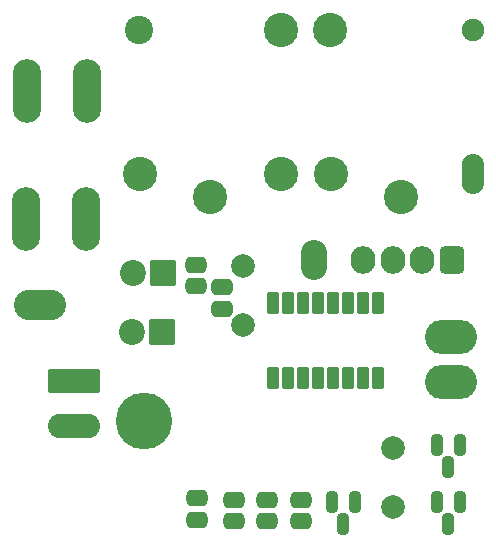
<source format=gbr>
G04 #@! TF.GenerationSoftware,KiCad,Pcbnew,(6.0.7)*
G04 #@! TF.CreationDate,2023-05-10T15:43:49+05:30*
G04 #@! TF.ProjectId,PS440V_to_5V,50533434-3056-45f7-946f-5f35562e6b69,rev?*
G04 #@! TF.SameCoordinates,Original*
G04 #@! TF.FileFunction,Soldermask,Bot*
G04 #@! TF.FilePolarity,Negative*
%FSLAX46Y46*%
G04 Gerber Fmt 4.6, Leading zero omitted, Abs format (unit mm)*
G04 Created by KiCad (PCBNEW (6.0.7)) date 2023-05-10 15:43:49*
%MOMM*%
%LPD*%
G01*
G04 APERTURE LIST*
G04 Aperture macros list*
%AMRoundRect*
0 Rectangle with rounded corners*
0 $1 Rounding radius*
0 $2 $3 $4 $5 $6 $7 $8 $9 X,Y pos of 4 corners*
0 Add a 4 corners polygon primitive as box body*
4,1,4,$2,$3,$4,$5,$6,$7,$8,$9,$2,$3,0*
0 Add four circle primitives for the rounded corners*
1,1,$1+$1,$2,$3*
1,1,$1+$1,$4,$5*
1,1,$1+$1,$6,$7*
1,1,$1+$1,$8,$9*
0 Add four rect primitives between the rounded corners*
20,1,$1+$1,$2,$3,$4,$5,0*
20,1,$1+$1,$4,$5,$6,$7,0*
20,1,$1+$1,$6,$7,$8,$9,0*
20,1,$1+$1,$8,$9,$2,$3,0*%
G04 Aperture macros list end*
%ADD10RoundRect,0.200000X0.900000X0.900000X-0.900000X0.900000X-0.900000X-0.900000X0.900000X-0.900000X0*%
%ADD11C,2.200000*%
%ADD12C,2.900000*%
%ADD13O,1.900000X3.400000*%
%ADD14C,1.900000*%
%ADD15C,2.400000*%
%ADD16O,2.400000X5.400000*%
%ADD17RoundRect,0.200000X-2.000000X-0.850000X2.000000X-0.850000X2.000000X0.850000X-2.000000X0.850000X0*%
%ADD18O,4.400000X2.100000*%
%ADD19C,2.000000*%
%ADD20C,4.800000*%
%ADD21RoundRect,0.450000X0.600000X0.725000X-0.600000X0.725000X-0.600000X-0.725000X0.600000X-0.725000X0*%
%ADD22O,2.100000X2.350000*%
%ADD23O,4.400000X2.600000*%
%ADD24O,4.400000X2.900000*%
%ADD25O,2.200000X3.400000*%
%ADD26RoundRect,0.200000X0.300000X-0.750000X0.300000X0.750000X-0.300000X0.750000X-0.300000X-0.750000X0*%
%ADD27RoundRect,0.450000X-0.475000X0.250000X-0.475000X-0.250000X0.475000X-0.250000X0.475000X0.250000X0*%
%ADD28RoundRect,0.449999X0.450001X-0.262501X0.450001X0.262501X-0.450001X0.262501X-0.450001X-0.262501X0*%
%ADD29RoundRect,0.449999X-0.450001X0.262501X-0.450001X-0.262501X0.450001X-0.262501X0.450001X0.262501X0*%
%ADD30RoundRect,0.350000X-0.150000X0.587500X-0.150000X-0.587500X0.150000X-0.587500X0.150000X0.587500X0*%
%ADD31RoundRect,0.450000X-0.450000X0.262500X-0.450000X-0.262500X0.450000X-0.262500X0.450000X0.262500X0*%
G04 APERTURE END LIST*
D10*
X123400000Y-108000000D03*
D11*
X120860000Y-108000000D03*
D12*
X143600000Y-101600000D03*
D13*
X149650000Y-99650000D03*
D14*
X149650000Y-87450000D03*
D12*
X137600000Y-87400000D03*
X137650000Y-99650000D03*
X127400000Y-101600000D03*
X133450000Y-99650000D03*
X133450000Y-87450000D03*
D15*
X121400000Y-87400000D03*
D12*
X121450000Y-99650000D03*
D16*
X116970000Y-92600000D03*
X111890000Y-92600000D03*
X111830000Y-103400000D03*
X116910000Y-103400000D03*
D17*
X115900000Y-117100000D03*
D18*
X115900000Y-120910000D03*
D10*
X123375000Y-113000000D03*
D11*
X120835000Y-113000000D03*
D19*
X130200000Y-107400000D03*
X130200000Y-112400000D03*
D20*
X121800000Y-120500000D03*
D21*
X147900000Y-106900000D03*
D22*
X145400000Y-106900000D03*
X142900000Y-106900000D03*
X140400000Y-106900000D03*
D23*
X113025000Y-110700000D03*
D24*
X147800000Y-113450000D03*
X147800000Y-117200000D03*
D19*
X142900000Y-122800000D03*
X142900000Y-127800000D03*
D25*
X136200000Y-106900000D03*
D26*
X141645000Y-116900000D03*
X140375000Y-116900000D03*
X139105000Y-116900000D03*
X137835000Y-116900000D03*
X136565000Y-116900000D03*
X135295000Y-116900000D03*
X134025000Y-116900000D03*
X132755000Y-116900000D03*
X132755000Y-110550000D03*
X134025000Y-110550000D03*
X135295000Y-110550000D03*
X136565000Y-110550000D03*
X137835000Y-110550000D03*
X139105000Y-110550000D03*
X140375000Y-110550000D03*
X141645000Y-110550000D03*
D27*
X128400000Y-109150000D03*
X128400000Y-111050000D03*
D28*
X126200000Y-109112500D03*
X126200000Y-107287500D03*
D29*
X135100000Y-127187500D03*
X135100000Y-129012500D03*
X126300000Y-127087500D03*
X126300000Y-128912500D03*
X132200000Y-127187500D03*
X132200000Y-129012500D03*
D30*
X137750000Y-127362500D03*
X139650000Y-127362500D03*
X138700000Y-129237500D03*
X146650000Y-122562500D03*
X148550000Y-122562500D03*
X147600000Y-124437500D03*
X146650000Y-127362500D03*
X148550000Y-127362500D03*
X147600000Y-129237500D03*
D31*
X129400000Y-127187500D03*
X129400000Y-129012500D03*
M02*

</source>
